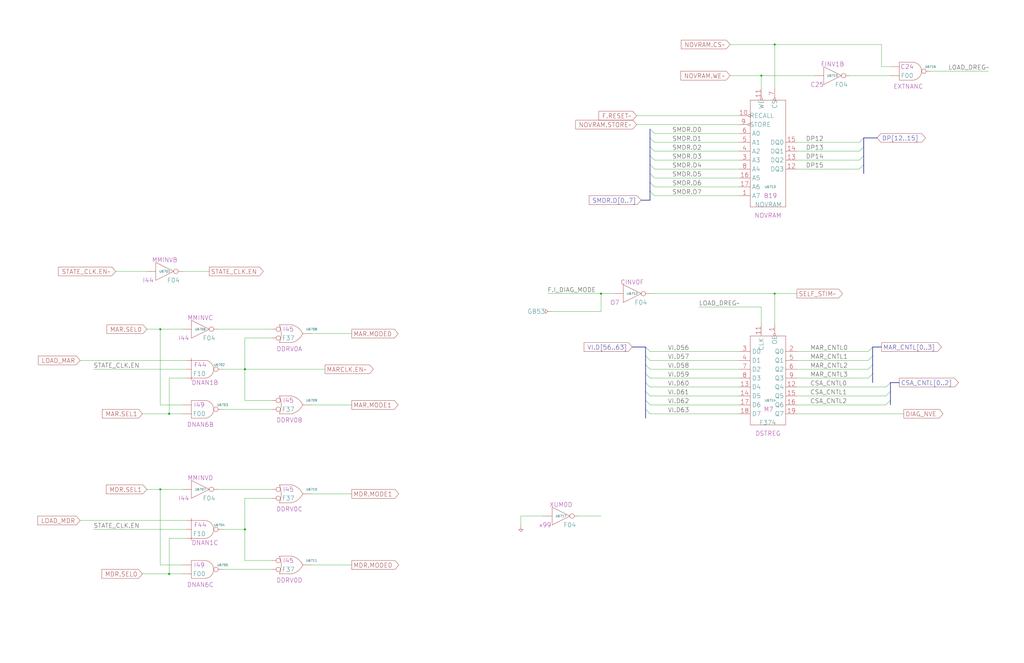
<source format=kicad_sch>
(kicad_sch (version 20211123) (generator eeschema)
  (paper "User" 584.2 378.46)
  (title_block (title "DIAGNOSTIC PROCESSOR") (date "20-MAR-90") (rev "1.0") (comment 1 "FIU") (comment 2 "232-003065") (comment 3 "S400") (comment 4 "RELEASED"))
  (lib_symbols
    (symbol "r1000:F00" (pin_numbers hide) (pin_names hide)
      (property "Reference" "U" (at 15.24 0 0))
      (property "Value" "F00" (at 1.905 -5.08 0))
      (property "Location" "___" (at 1.905 0 0))
      (property "Name" "______" (at 2.54 -12.7 0))
      (symbol "F00_0_1"
        (polyline (pts (xy -2.54 -7.62) (xy 5.08 -7.62)) (stroke (width 0.1524)))
        (polyline (pts (xy -2.54 2.54) (xy -2.54 -7.62)) (stroke (width 0.1524)))
        (polyline (pts (xy -2.54 2.54) (xy 5.08 2.54)) (stroke (width 0.1524)))
        (arc (start 5.08 -7.62) (mid 10.1282 -2.54) (end 5.08 2.54) (stroke (width 0.1524)))
        (circle (center 11.43 -2.54) (radius 1.27) (stroke (width 0.1524)))
      )
      (symbol "F00_0_2"
        (circle (center -3.81 -5.08) (radius 1.27) (stroke (width 0.1524)))
        (circle (center -3.81 0) (radius 1.27) (stroke (width 0.1524)))
        (arc (start -3.175 -7.62) (mid -2.134 -2.54) (end -3.175 2.54) (stroke (width 0.1524)))
        (polyline (pts (xy -3.175 -7.62) (xy 3.81 -7.62)) (stroke (width 0.1524)))
        (polyline (pts (xy -3.175 2.54) (xy 3.81 2.54)) (stroke (width 0.1524)))
        (arc (start 3.81 -7.62) (mid 7.5855 -5.8306) (end 10.16 -2.54) (stroke (width 0.1524)))
        (arc (start 10.16 -2.54) (mid 7.5827 0.7471) (end 3.81 2.54) (stroke (width 0.1524)))
      )
      (symbol "F00_1_1"
        (pin input line (at -7.62 0 0) (length 5.08) (name "D0") (number "1"))
        (pin input line (at -7.62 -5.08 0) (length 5.08) (name "D1") (number "2"))
        (pin output line (at 15.24 -2.54 180) (length 2.54) (name "Q") (number "3"))
      )
      (symbol "F00_1_2"
        (pin input line (at -7.62 0 0) (length 2.54) (name "D0") (number "1"))
        (pin input line (at -7.62 -5.08 0) (length 2.54) (name "D1") (number "2"))
        (pin output line (at 15.24 -2.54 180) (length 5.08) (name "Q") (number "3"))
      )
    )
    (symbol "r1000:F04" (pin_numbers hide) (pin_names hide)
      (property "Reference" "U" (at 0 0 0))
      (property "Value" "F04" (at 1.27 -5.08 0))
      (property "Location" "___" (at -12.7 -5.08 0))
      (property "Name" "______" (at 0 5.08 0))
      (symbol "F04_0_1"
        (polyline (pts (xy -7.62 0) (xy -5.08 0)) (stroke (width 0.1524)))
        (polyline (pts (xy -5.08 5.08) (xy -5.08 -5.08)) (stroke (width 0.1524)))
        (polyline (pts (xy 5.08 0) (xy -5.08 -5.08)) (stroke (width 0.1524)))
        (polyline (pts (xy 5.08 0) (xy -5.08 5.08)) (stroke (width 0.1524)))
        (circle (center 6.35 0) (radius 1.27) (stroke (width 0.1524)))
      )
      (symbol "F04_1_1"
        (pin input line (at -10.16 0 0) (length 2.54) (name "D") (number "1"))
        (pin output line (at 10.16 0 180) (length 2.54) (name "Q") (number "2"))
      )
    )
    (symbol "r1000:F10" (pin_numbers hide) (pin_names hide)
      (property "Reference" "U" (at 13.335 0 0))
      (property "Value" "F10" (at 5.715 -5.08 0))
      (property "Location" "___" (at -1.27 0 0))
      (property "Name" "______" (at -2.54 -10.16 0))
      (symbol "F10_0_1"
        (polyline (pts (xy -2.54 -7.62) (xy 5.08 -7.62)) (stroke (width 0.1524)))
        (polyline (pts (xy -2.54 2.54) (xy 5.08 2.54)) (stroke (width 0.1524)))
        (polyline (pts (xy -2.54 3.81) (xy -2.54 -8.89)) (stroke (width 0.1524)))
        (arc (start 5.08 -7.62) (mid 10.1282 -2.54) (end 5.08 2.54) (stroke (width 0.1524)))
        (circle (center 11.43 -2.54) (radius 1.27) (stroke (width 0.1524)))
      )
      (symbol "F10_0_2"
        (circle (center -3.81 -7.62) (radius 1.27) (stroke (width 0.1524)))
        (circle (center -3.81 2.54) (radius 1.27) (stroke (width 0.1524)))
        (circle (center -3.175 -2.54) (radius 1.27) (stroke (width 0.1524)))
        (arc (start -2.54 -7.62) (mid -1.8195 -2.54) (end -2.54 2.54) (stroke (width 0.1524)))
        (polyline (pts (xy -4.445 -2.54) (xy -5.08 -2.54)) (stroke (width 0.1524)))
        (polyline (pts (xy -2.54 -7.62) (xy 5.08 -7.62)) (stroke (width 0.1524)))
        (polyline (pts (xy -2.54 2.54) (xy 5.08 2.54)) (stroke (width 0.1524)))
        (polyline (pts (xy 10.795 -2.54) (xy 12.7 -2.54)) (stroke (width 0.1524)))
        (arc (start 5.08 -7.62) (mid 8.4845 -5.6954) (end 10.795 -2.54) (stroke (width 0.1524)))
        (arc (start 10.795 -2.54) (mid 8.4807 0.6111) (end 5.08 2.54) (stroke (width 0.1524)))
      )
      (symbol "F10_1_1"
        (pin input line (at -5.08 2.54 0) (length 2.54) (name "D0") (number "1"))
        (pin input line (at -5.08 -2.54 0) (length 2.54) (name "D1") (number "2"))
        (pin input line (at -5.08 -7.62 0) (length 2.54) (name "D2") (number "3"))
        (pin output line (at 15.24 -2.54 180) (length 2.54) (name "Q") (number "4"))
      )
      (symbol "F10_1_2"
        (pin input line (at -5.08 2.54 0) (length 0) (name "D0") (number "1"))
        (pin input line (at -5.08 -2.54 0) (length 0) (name "D1") (number "2"))
        (pin input line (at -5.08 -7.62 0) (length 0) (name "D2") (number "3"))
        (pin output line (at 15.24 -2.54 180) (length 2.54) (name "Q") (number "4"))
      )
    )
    (symbol "r1000:F37" (pin_numbers hide) (pin_names (offset 0) hide)
      (property "Reference" "U" (at 15.24 0 0))
      (property "Value" "F37" (at 1.905 -5.08 0))
      (property "Location" "___" (at 1.905 0 0))
      (property "Name" "______" (at 2.54 -12.7 0))
      (symbol "F37_0_1"
        (polyline (pts (xy -2.54 -7.62) (xy 5.08 -7.62)) (stroke (width 0.1524)))
        (polyline (pts (xy -2.54 2.54) (xy -2.54 -7.62)) (stroke (width 0.1524)))
        (polyline (pts (xy -2.54 2.54) (xy 5.08 2.54)) (stroke (width 0.1524)))
        (arc (start 5.08 -7.62) (mid 10.1282 -2.54) (end 5.08 2.54) (stroke (width 0.1524)))
        (circle (center 11.43 -2.54) (radius 1.27) (stroke (width 0.1524)))
      )
      (symbol "F37_0_2"
        (circle (center -3.81 -5.08) (radius 1.27) (stroke (width 0.1524)))
        (circle (center -3.81 0) (radius 1.27) (stroke (width 0.1524)))
        (arc (start -3.175 -7.62) (mid -2.134 -2.54) (end -3.175 2.54) (stroke (width 0.1524)))
        (polyline (pts (xy -3.175 -7.62) (xy 3.81 -7.62)) (stroke (width 0.1524)))
        (polyline (pts (xy -3.175 2.54) (xy 3.81 2.54)) (stroke (width 0.1524)))
        (arc (start 3.81 -7.62) (mid 7.5855 -5.8306) (end 10.16 -2.54) (stroke (width 0.1524)))
        (arc (start 10.16 -2.54) (mid 7.5827 0.7471) (end 3.81 2.54) (stroke (width 0.1524)))
      )
      (symbol "F37_1_1"
        (pin input line (at -7.62 0 0) (length 5.08) (name "D0") (number "1"))
        (pin input line (at -7.62 -5.08 0) (length 5.08) (name "D1") (number "2"))
        (pin output line (at 15.24 -2.54 180) (length 2.54) (name "Q") (number "3"))
      )
      (symbol "F37_1_2"
        (pin input line (at -7.62 0 0) (length 2.54) (name "D0") (number "1"))
        (pin input line (at -7.62 -5.08 0) (length 2.54) (name "D1") (number "2"))
        (pin output line (at 15.24 -2.54 180) (length 5.08) (name "Q") (number "3"))
      )
    )
    (symbol "r1000:F374" (pin_names (offset 1.016))
      (property "Reference" "U" (at 2.54 5.08 0))
      (property "Value" "F374" (at -3.81 -7.62 0))
      (property "Location" "___" (at -1.27 0 0))
      (property "Name" "______" (at 1.27 -15.24 0))
      (symbol "F374_1_1"
        (rectangle (start -8.89 41.91) (end 11.43 -8.89))
        (circle (center 5.08 42.545) (radius 0.635))
        (pin input line (at 5.08 48.26 270) (length 5.08) (name "OE") (number "1"))
        (pin input line (at -2.54 48.26 270) (length 6.35) (name "CLK") (number "11"))
        (pin tri_state line (at 17.78 12.7 180) (length 6.35) (name "Q4") (number "12"))
        (pin input line (at -15.24 12.7 0) (length 6.35) (name "D4") (number "13"))
        (pin input line (at -15.24 7.62 0) (length 6.35) (name "D5") (number "14"))
        (pin tri_state line (at 17.78 7.62 180) (length 6.35) (name "Q5") (number "15"))
        (pin tri_state line (at 17.78 2.54 180) (length 6.35) (name "Q6") (number "16"))
        (pin input line (at -15.24 2.54 0) (length 6.35) (name "D6") (number "17"))
        (pin input line (at -15.24 -2.54 0) (length 6.35) (name "D7") (number "18"))
        (pin tri_state line (at 17.78 -2.54 180) (length 6.35) (name "Q7") (number "19"))
        (pin tri_state line (at 17.78 33.02 180) (length 6.35) (name "Q0") (number "2"))
        (pin input line (at -15.24 33.02 0) (length 6.35) (name "D0") (number "3"))
        (pin input line (at -15.24 27.94 0) (length 6.35) (name "D1") (number "4"))
        (pin tri_state line (at 17.78 27.94 180) (length 6.35) (name "Q1") (number "5"))
        (pin tri_state line (at 17.78 22.86 180) (length 6.35) (name "Q2") (number "6"))
        (pin input line (at -15.24 22.86 0) (length 6.35) (name "D2") (number "7"))
        (pin input line (at -15.24 17.78 0) (length 6.35) (name "D3") (number "8"))
        (pin tri_state line (at 17.78 17.78 180) (length 6.35) (name "Q3") (number "9"))
      )
    )
    (symbol "r1000:GB" (pin_numbers hide) (pin_names (offset 0) hide)
      (property "Reference" "GB" (at 3.81 0 0))
      (symbol "GB_0_1"
        (polyline (pts (xy 2.54 0) (xy 3.81 1.27) (xy 3.81 -1.27) (xy 2.54 0)) (stroke (width 0.1524)))
      )
      (symbol "GB_1_1"
        (pin bidirectional line (at 0 0 0) (length 2.54) (name "") (number "1"))
      )
    )
    (symbol "r1000:NOVRAM" (pin_names (offset 1.016))
      (property "Reference" "U" (at 2.54 5.08 0))
      (property "Value" "NOVRAM" (at -6.35 -5.08 0))
      (property "Location" "___" (at -1.27 0 0))
      (property "Name" "______" (at 1.27 -12.7 0))
      (symbol "NOVRAM_1_1"
        (circle (center -9.525 40.64) (radius 0.635))
        (circle (center -9.525 45.72) (radius 0.635))
        (rectangle (start -8.89 54.61) (end 11.43 -6.35))
        (circle (center -2.54 55.245) (radius 0.635))
        (circle (center 5.08 55.245) (radius 0.635))
        (pin input line (at -15.24 0 0) (length 6.35) (name "A7") (number "1"))
        (pin input line (at -15.24 45.72 0) (length 5.08) (name "RECALL") (number "10"))
        (pin input line (at -2.54 60.96 270) (length 5.08) (name "WE") (number "11"))
        (pin tri_state line (at 17.78 15.24 180) (length 6.35) (name "DQ3") (number "12"))
        (pin tri_state line (at 17.78 20.32 180) (length 6.35) (name "DQ2") (number "13"))
        (pin tri_state line (at 17.78 25.4 180) (length 6.35) (name "DQ1") (number "14"))
        (pin tri_state line (at 17.78 30.48 180) (length 6.35) (name "DQ0") (number "15"))
        (pin input line (at -15.24 10.16 0) (length 6.35) (name "A5") (number "16"))
        (pin input line (at -15.24 5.08 0) (length 6.35) (name "A6") (number "17"))
        (pin input line (at -15.24 20.32 0) (length 6.35) (name "A3") (number "3"))
        (pin input line (at -15.24 25.4 0) (length 6.35) (name "A2") (number "4"))
        (pin input line (at -15.24 30.48 0) (length 6.35) (name "A1") (number "5"))
        (pin input line (at -15.24 35.56 0) (length 6.35) (name "A0") (number "6"))
        (pin input line (at 5.08 60.96 270) (length 5.08) (name "CS") (number "7"))
        (pin input line (at -15.24 15.24 0) (length 6.35) (name "A4") (number "8"))
        (pin input line (at -15.24 40.64 0) (length 5.08) (name "STORE") (number "9"))
      )
    )
    (symbol "r1000:PD" (power) (pin_numbers hide) (pin_names hide) (in_bom no)
      (symbol "PD_0_1"
        (polyline (pts (xy 0 -2.54) (xy 1.27 -2.54) (xy 0 -3.81) (xy -1.27 -2.54) (xy 0 -2.54)) (stroke (width 0.1524)))
      )
      (symbol "PD_1_1"
        (pin power_in line (at 0 0 270) (length 2.54) (name "PD") (number "1"))
      )
    )
  )
  (bus (pts (xy 360.68 198.12) (xy 368.3 198.12)))
  (bus (pts (xy 365.76 114.3) (xy 370.84 114.3)))
  (bus (pts (xy 368.3 198.12) (xy 368.3 203.2)))
  (bus (pts (xy 368.3 203.2) (xy 368.3 208.28)))
  (bus (pts (xy 368.3 208.28) (xy 368.3 213.36)))
  (bus (pts (xy 368.3 213.36) (xy 368.3 218.44)))
  (bus (pts (xy 368.3 218.44) (xy 368.3 223.52)))
  (bus (pts (xy 368.3 223.52) (xy 368.3 228.6)))
  (bus (pts (xy 368.3 228.6) (xy 368.3 233.68)))
  (bus (pts (xy 368.3 233.68) (xy 368.3 238.76)))
  (bus (pts (xy 370.84 104.14) (xy 370.84 109.22)))
  (bus (pts (xy 370.84 109.22) (xy 370.84 114.3)))
  (bus (pts (xy 370.84 73.66) (xy 370.84 78.74)))
  (bus (pts (xy 370.84 78.74) (xy 370.84 83.82)))
  (bus (pts (xy 370.84 83.82) (xy 370.84 88.9)))
  (bus (pts (xy 370.84 88.9) (xy 370.84 93.98)))
  (bus (pts (xy 370.84 93.98) (xy 370.84 99.06)))
  (bus (pts (xy 370.84 99.06) (xy 370.84 104.14)))
  (bus (pts (xy 492.76 78.74) (xy 492.76 83.82)))
  (bus (pts (xy 492.76 78.74) (xy 500.38 78.74)))
  (bus (pts (xy 492.76 83.82) (xy 492.76 88.9)))
  (bus (pts (xy 492.76 88.9) (xy 492.76 93.98)))
  (bus (pts (xy 492.76 93.98) (xy 492.76 99.06)))
  (bus (pts (xy 497.84 198.12) (xy 497.84 203.2)))
  (bus (pts (xy 497.84 198.12) (xy 502.92 198.12)))
  (bus (pts (xy 497.84 203.2) (xy 497.84 208.28)))
  (bus (pts (xy 497.84 208.28) (xy 497.84 213.36)))
  (bus (pts (xy 497.84 213.36) (xy 497.84 218.44)))
  (bus (pts (xy 508 218.44) (xy 508 223.52)))
  (bus (pts (xy 508 218.44) (xy 513.08 218.44)))
  (bus (pts (xy 508 223.52) (xy 508 228.6)))
  (bus (pts (xy 508 228.6) (xy 508 231.14)))
  (wire (pts (xy 104.14 154.94) (xy 119.38 154.94)))
  (wire (pts (xy 104.14 231.14) (xy 91.44 231.14)))
  (wire (pts (xy 104.14 322.58) (xy 91.44 322.58)))
  (wire (pts (xy 106.68 215.9) (xy 96.52 215.9)))
  (wire (pts (xy 106.68 307.34) (xy 96.52 307.34)))
  (wire (pts (xy 124.46 187.96) (xy 154.94 187.96)))
  (wire (pts (xy 124.46 279.4) (xy 154.94 279.4)))
  (wire (pts (xy 127 233.68) (xy 154.94 233.68)))
  (wire (pts (xy 127 325.12) (xy 154.94 325.12)))
  (wire (pts (xy 139.7 193.04) (xy 139.7 210.82)))
  (wire (pts (xy 139.7 210.82) (xy 127 210.82)))
  (wire (pts (xy 139.7 210.82) (xy 185.42 210.82)))
  (wire (pts (xy 139.7 228.6) (xy 139.7 210.82)))
  (wire (pts (xy 139.7 284.48) (xy 139.7 302.26)))
  (wire (pts (xy 139.7 302.26) (xy 127 302.26)))
  (wire (pts (xy 139.7 320.04) (xy 139.7 302.26)))
  (wire (pts (xy 154.94 193.04) (xy 139.7 193.04)))
  (wire (pts (xy 154.94 228.6) (xy 139.7 228.6)))
  (wire (pts (xy 154.94 284.48) (xy 139.7 284.48)))
  (wire (pts (xy 154.94 320.04) (xy 139.7 320.04)))
  (wire (pts (xy 177.8 190.5) (xy 200.66 190.5)))
  (wire (pts (xy 177.8 231.14) (xy 200.66 231.14)))
  (wire (pts (xy 177.8 281.94) (xy 200.66 281.94)))
  (wire (pts (xy 177.8 322.58) (xy 200.66 322.58)))
  (wire (pts (xy 297.18 294.64) (xy 309.88 294.64)))
  (wire (pts (xy 297.18 299.72) (xy 297.18 294.64)))
  (wire (pts (xy 312.42 167.64) (xy 342.9 167.64)))
  (wire (pts (xy 314.96 177.8) (xy 342.9 177.8)))
  (wire (pts (xy 330.2 294.64) (xy 342.9 294.64)))
  (wire (pts (xy 342.9 167.64) (xy 350.52 167.64)))
  (wire (pts (xy 342.9 177.8) (xy 342.9 167.64)))
  (wire (pts (xy 363.22 66.04) (xy 421.64 66.04)))
  (wire (pts (xy 363.22 71.12) (xy 421.64 71.12)))
  (wire (pts (xy 370.84 167.64) (xy 441.96 167.64)))
  (wire (pts (xy 370.84 200.66) (xy 421.64 200.66)))
  (wire (pts (xy 370.84 205.74) (xy 421.64 205.74)))
  (wire (pts (xy 370.84 210.82) (xy 421.64 210.82)))
  (wire (pts (xy 370.84 215.9) (xy 421.64 215.9)))
  (wire (pts (xy 370.84 220.98) (xy 421.64 220.98)))
  (wire (pts (xy 370.84 226.06) (xy 421.64 226.06)))
  (wire (pts (xy 370.84 231.14) (xy 421.64 231.14)))
  (wire (pts (xy 370.84 236.22) (xy 421.64 236.22)))
  (wire (pts (xy 373.38 101.6) (xy 421.64 101.6)))
  (wire (pts (xy 373.38 106.68) (xy 421.64 106.68)))
  (wire (pts (xy 373.38 111.76) (xy 421.64 111.76)))
  (wire (pts (xy 373.38 76.2) (xy 421.64 76.2)))
  (wire (pts (xy 373.38 81.28) (xy 421.64 81.28)))
  (wire (pts (xy 373.38 86.36) (xy 421.64 86.36)))
  (wire (pts (xy 373.38 91.44) (xy 421.64 91.44)))
  (wire (pts (xy 373.38 96.52) (xy 421.64 96.52)))
  (wire (pts (xy 416.56 25.4) (xy 441.96 25.4)))
  (wire (pts (xy 416.56 43.18) (xy 434.34 43.18)))
  (wire (pts (xy 434.34 175.26) (xy 398.78 175.26)))
  (wire (pts (xy 434.34 185.42) (xy 434.34 175.26)))
  (wire (pts (xy 434.34 43.18) (xy 434.34 50.8)))
  (wire (pts (xy 434.34 43.18) (xy 464.82 43.18)))
  (wire (pts (xy 441.96 167.64) (xy 441.96 185.42)))
  (wire (pts (xy 441.96 167.64) (xy 454.66 167.64)))
  (wire (pts (xy 441.96 25.4) (xy 441.96 50.8)))
  (wire (pts (xy 441.96 25.4) (xy 502.92 25.4)))
  (wire (pts (xy 45.72 205.74) (xy 106.68 205.74)))
  (wire (pts (xy 45.72 297.18) (xy 106.68 297.18)))
  (wire (pts (xy 454.66 200.66) (xy 495.3 200.66)))
  (wire (pts (xy 454.66 205.74) (xy 495.3 205.74)))
  (wire (pts (xy 454.66 210.82) (xy 495.3 210.82)))
  (wire (pts (xy 454.66 215.9) (xy 495.3 215.9)))
  (wire (pts (xy 454.66 220.98) (xy 505.46 220.98)))
  (wire (pts (xy 454.66 226.06) (xy 505.46 226.06)))
  (wire (pts (xy 454.66 231.14) (xy 505.46 231.14)))
  (wire (pts (xy 454.66 236.22) (xy 515.62 236.22)))
  (wire (pts (xy 454.66 81.28) (xy 490.22 81.28)))
  (wire (pts (xy 454.66 86.36) (xy 490.22 86.36)))
  (wire (pts (xy 454.66 91.44) (xy 490.22 91.44)))
  (wire (pts (xy 454.66 96.52) (xy 490.22 96.52)))
  (wire (pts (xy 485.14 43.18) (xy 508 43.18)))
  (wire (pts (xy 502.92 38.1) (xy 502.92 25.4)))
  (wire (pts (xy 508 38.1) (xy 502.92 38.1)))
  (wire (pts (xy 53.34 210.82) (xy 106.68 210.82)))
  (wire (pts (xy 53.34 302.26) (xy 106.68 302.26)))
  (wire (pts (xy 530.86 40.64) (xy 563.88 40.64)))
  (wire (pts (xy 66.04 154.94) (xy 83.82 154.94)))
  (wire (pts (xy 81.28 236.22) (xy 96.52 236.22)))
  (wire (pts (xy 81.28 327.66) (xy 96.52 327.66)))
  (wire (pts (xy 83.82 187.96) (xy 91.44 187.96)))
  (wire (pts (xy 83.82 279.4) (xy 91.44 279.4)))
  (wire (pts (xy 91.44 187.96) (xy 104.14 187.96)))
  (wire (pts (xy 91.44 231.14) (xy 91.44 187.96)))
  (wire (pts (xy 91.44 279.4) (xy 104.14 279.4)))
  (wire (pts (xy 91.44 322.58) (xy 91.44 279.4)))
  (wire (pts (xy 96.52 215.9) (xy 96.52 236.22)))
  (wire (pts (xy 96.52 236.22) (xy 104.14 236.22)))
  (wire (pts (xy 96.52 307.34) (xy 96.52 327.66)))
  (wire (pts (xy 96.52 327.66) (xy 104.14 327.66)))
  (global_label "LOAD_MAR" (shape input) (at 45.72 205.74 180) (effects (font (size 2.54 2.54))) (property "Intersheet References" "${INTERSHEET_REFS}" (at 22.095 205.5813 0) (effects (font (size 2.54 2.54)) (justify right))))
  (global_label "LOAD_MDR" (shape input) (at 45.72 297.18 180) (effects (font (size 2.54 2.54))) (property "Intersheet References" "${INTERSHEET_REFS}" (at 21.7321 297.0213 0) (effects (font (size 2.54 2.54)) (justify right))))
  (label "STATE_CLK.EN" (at 53.34 210.82 0) (effects (font (size 2.54 2.54))))
  (label "STATE_CLK.EN" (at 53.34 302.26 0) (effects (font (size 2.54 2.54))))
  (global_label "STATE_CLK.EN~" (shape input) (at 66.04 154.94 180) (effects (font (size 2.54 2.54))) (property "Intersheet References" "${INTERSHEET_REFS}" (at 33.5855 154.7813 0) (effects (font (size 2.54 2.54)) (justify right))))
  (global_label "MAR.SEL1" (shape input) (at 81.28 236.22 180) (effects (font (size 2.54 2.54))) (property "Intersheet References" "${INTERSHEET_REFS}" (at 58.6226 236.0613 0) (effects (font (size 2.54 2.54)) (justify right))))
  (global_label "MDR.SEL0" (shape input) (at 81.28 327.66 180) (effects (font (size 2.54 2.54))) (property "Intersheet References" "${INTERSHEET_REFS}" (at 58.2597 327.5013 0) (effects (font (size 2.54 2.54)) (justify right))))
  (global_label "MAR.SEL0" (shape input) (at 83.82 187.96 180) (effects (font (size 2.54 2.54))) (property "Intersheet References" "${INTERSHEET_REFS}" (at 61.1626 187.8013 0) (effects (font (size 2.54 2.54)) (justify right))))
  (global_label "MDR.SEL1" (shape input) (at 83.82 279.4 180) (effects (font (size 2.54 2.54))) (property "Intersheet References" "${INTERSHEET_REFS}" (at 60.7997 279.2413 0) (effects (font (size 2.54 2.54)) (justify right))))
  (junction (at 91.44 187.96))
  (junction (at 91.44 279.4))
  (symbol (lib_id "r1000:F04") (at 93.98 154.94 0) (unit 1)
    (property "Reference" "U6701" (at 93.98 154.94 0))
    (property "Value" "F04" (at 95.25 160.02 0) (effects (font (size 2.54 2.54)) (justify left)))
    (property "Location" "I44" (at 81.28 160.02 0) (effects (font (size 2.54 2.54)) (justify left)))
    (property "Name" "MMINVB" (at 93.98 149.86 0) (effects (font (size 2.54 2.54)) (justify bottom)))
  )
  (junction (at 96.52 236.22))
  (junction (at 96.52 327.66))
  (symbol (lib_id "r1000:F10") (at 111.76 208.28 0) (unit 1)
    (property "Reference" "U6702" (at 125.095 208.28 0))
    (property "Value" "F10" (at 117.475 213.36 0) (effects (font (size 2.54 2.54)) (justify right)))
    (property "Location" "F44" (at 110.49 208.28 0) (effects (font (size 2.54 2.54)) (justify left)))
    (property "Name" "DNAN1B" (at 109.22 218.44 0) (effects (font (size 2.54 2.54)) (justify left)))
  )
  (symbol (lib_id "r1000:F00") (at 111.76 231.14 0) (unit 1)
    (property "Reference" "U6703" (at 127 231.14 0))
    (property "Value" "F00" (at 113.665 236.22 0) (effects (font (size 2.54 2.54))))
    (property "Location" "I49" (at 113.665 231.14 0) (effects (font (size 2.54 2.54))))
    (property "Name" "DNAN6B" (at 114.3 243.84 0) (effects (font (size 2.54 2.54)) (justify bottom)))
  )
  (symbol (lib_id "r1000:F10") (at 111.76 299.72 0) (unit 1)
    (property "Reference" "U6704" (at 125.095 299.72 0))
    (property "Value" "F10" (at 117.475 304.8 0) (effects (font (size 2.54 2.54)) (justify right)))
    (property "Location" "F44" (at 110.49 299.72 0) (effects (font (size 2.54 2.54)) (justify left)))
    (property "Name" "DNAN1C" (at 109.22 309.88 0) (effects (font (size 2.54 2.54)) (justify left)))
  )
  (symbol (lib_id "r1000:F00") (at 111.76 322.58 0) (unit 1)
    (property "Reference" "U6705" (at 127 322.58 0))
    (property "Value" "F00" (at 113.665 327.66 0) (effects (font (size 2.54 2.54))))
    (property "Location" "I49" (at 113.665 322.58 0) (effects (font (size 2.54 2.54))))
    (property "Name" "DNAN6C" (at 114.3 335.28 0) (effects (font (size 2.54 2.54)) (justify bottom)))
  )
  (symbol (lib_id "r1000:F04") (at 114.3 187.96 0) (unit 1)
    (property "Reference" "U6706" (at 114.3 187.96 0))
    (property "Value" "F04" (at 115.57 193.04 0) (effects (font (size 2.54 2.54)) (justify left)))
    (property "Location" "I44" (at 101.6 193.04 0) (effects (font (size 2.54 2.54)) (justify left)))
    (property "Name" "MMINVC" (at 114.3 182.88 0) (effects (font (size 2.54 2.54)) (justify bottom)))
  )
  (symbol (lib_id "r1000:F04") (at 114.3 279.4 0) (unit 1)
    (property "Reference" "U6707" (at 114.3 279.4 0))
    (property "Value" "F04" (at 115.57 284.48 0) (effects (font (size 2.54 2.54)) (justify left)))
    (property "Location" "I44" (at 101.6 284.48 0) (effects (font (size 2.54 2.54)) (justify left)))
    (property "Name" "MMINVD" (at 114.3 274.32 0) (effects (font (size 2.54 2.54)) (justify bottom)))
  )
  (global_label "STATE_CLK.EN" (shape output) (at 119.38 154.94 0) (effects (font (size 2.54 2.54))) (property "Intersheet References" "${INTERSHEET_REFS}" (at 150.0203 154.7813 0) (effects (font (size 2.54 2.54)) (justify left))))
  (junction (at 139.7 210.82))
  (junction (at 139.7 302.26))
  (symbol (lib_id "r1000:F37") (at 162.56 187.96 0) (unit 1) (convert 2)
    (property "Reference" "U6708" (at 177.8 187.96 0))
    (property "Value" "F37" (at 164.465 193.04 0) (effects (font (size 2.54 2.54))))
    (property "Location" "I45" (at 164.465 187.96 0) (effects (font (size 2.54 2.54))))
    (property "Name" "DDRV0A" (at 165.1 200.66 0) (effects (font (size 2.54 2.54)) (justify bottom)))
  )
  (symbol (lib_id "r1000:F37") (at 162.56 228.6 0) (unit 1) (convert 2)
    (property "Reference" "U6709" (at 177.8 228.6 0))
    (property "Value" "F37" (at 164.465 233.68 0) (effects (font (size 2.54 2.54))))
    (property "Location" "I45" (at 164.465 228.6 0) (effects (font (size 2.54 2.54))))
    (property "Name" "DDRV0B" (at 165.1 241.3 0) (effects (font (size 2.54 2.54)) (justify bottom)))
  )
  (symbol (lib_id "r1000:F37") (at 162.56 279.4 0) (unit 1) (convert 2)
    (property "Reference" "U6710" (at 177.8 279.4 0))
    (property "Value" "F37" (at 164.465 284.48 0) (effects (font (size 2.54 2.54))))
    (property "Location" "I45" (at 164.465 279.4 0) (effects (font (size 2.54 2.54))))
    (property "Name" "DDRV0C" (at 165.1 292.1 0) (effects (font (size 2.54 2.54)) (justify bottom)))
  )
  (symbol (lib_id "r1000:F37") (at 162.56 320.04 0) (unit 1) (convert 2)
    (property "Reference" "U6711" (at 177.8 320.04 0))
    (property "Value" "F37" (at 164.465 325.12 0) (effects (font (size 2.54 2.54))))
    (property "Location" "I45" (at 164.465 320.04 0) (effects (font (size 2.54 2.54))))
    (property "Name" "DDRV0D" (at 165.1 332.74 0) (effects (font (size 2.54 2.54)) (justify bottom)))
  )
  (global_label "MARCLK.EN~" (shape output) (at 185.42 210.82 0) (effects (font (size 2.54 2.54))) (property "Intersheet References" "${INTERSHEET_REFS}" (at 212.7945 210.6613 0) (effects (font (size 2.54 2.54)) (justify left))))
  (global_label "MAR.MODE0" (shape output) (at 200.66 190.5 0) (effects (font (size 2.54 2.54))) (property "Intersheet References" "${INTERSHEET_REFS}" (at 226.946 190.3413 0) (effects (font (size 2.54 2.54)) (justify left))))
  (global_label "MAR.MODE1" (shape output) (at 200.66 231.14 0) (effects (font (size 2.54 2.54))) (property "Intersheet References" "${INTERSHEET_REFS}" (at 226.946 230.9813 0) (effects (font (size 2.54 2.54)) (justify left))))
  (global_label "MDR.MODE1" (shape output) (at 200.66 281.94 0) (effects (font (size 2.54 2.54))) (property "Intersheet References" "${INTERSHEET_REFS}" (at 227.4993 281.7813 0) (effects (font (size 2.54 2.54)) (justify left))))
  (global_label "MDR.MODE0" (shape output) (at 200.66 322.58 0) (effects (font (size 2.54 2.54))) (property "Intersheet References" "${INTERSHEET_REFS}" (at 227.4993 322.4213 0) (effects (font (size 2.54 2.54)) (justify left))))
  (symbol (lib_id "r1000:PD") (at 297.18 299.72 0) (unit 1) (in_bom no)
    (property "Reference" "#PWR06701" (effects hide))
    (property "Value" "PD" (effects hide))
  )
  (label "F.I_DIAG_MODE" (at 312.42 167.64 0) (effects (font (size 2.54 2.54))))
  (symbol (lib_id "r1000:GB") (at 314.96 177.8 0) (mirror y) (unit 1)
    (property "Reference" "GB53" (at 311.15 177.8 0) (effects (font (size 2.54 2.54)) (justify left)))
    (property "Value" "GB" (effects hide))
  )
  (symbol (lib_id "r1000:F04") (at 320.04 294.64 0) (unit 1)
    (property "Reference" "U6717" (at 320.04 294.64 0))
    (property "Value" "F04" (at 321.31 299.72 0) (effects (font (size 2.54 2.54)) (justify left)))
    (property "Location" "x99" (at 307.34 299.72 0) (effects (font (size 2.54 2.54)) (justify left)))
    (property "Name" "XUM0D" (at 320.04 289.56 0) (effects (font (size 2.54 2.54)) (justify bottom)))
  )
  (junction (at 342.9 167.64))
  (symbol (lib_id "r1000:F04") (at 360.68 167.64 0) (unit 1)
    (property "Reference" "U6712" (at 360.68 167.64 0))
    (property "Value" "F04" (at 361.95 172.72 0) (effects (font (size 2.54 2.54)) (justify left)))
    (property "Location" "O7" (at 347.98 172.72 0) (effects (font (size 2.54 2.54)) (justify left)))
    (property "Name" "CINV0F" (at 360.68 162.56 0) (effects (font (size 2.54 2.54)) (justify bottom)))
  )
  (global_label "VI.D[56..63]" (shape input) (at 360.68 198.12 180) (effects (font (size 2.54 2.54))) (property "Intersheet References" "${INTERSHEET_REFS}" (at 333.2359 197.9613 0) (effects (font (size 2.54 2.54)) (justify right))))
  (global_label "F.RESET~" (shape input) (at 363.22 66.04 180) (effects (font (size 2.54 2.54))) (property "Intersheet References" "${INTERSHEET_REFS}" (at 341.8931 65.8813 0) (effects (font (size 2.54 2.54)) (justify right))))
  (global_label "NOVRAM.STORE~" (shape input) (at 363.22 71.12 180) (effects (font (size 2.54 2.54))) (property "Intersheet References" "${INTERSHEET_REFS}" (at 328.5883 70.9613 0) (effects (font (size 2.54 2.54)) (justify right))))
  (global_label "SMDR.D[0..7]" (shape input) (at 365.76 114.3 180) (effects (font (size 2.54 2.54))) (property "Intersheet References" "${INTERSHEET_REFS}" (at 336.3293 114.1413 0) (effects (font (size 2.54 2.54)) (justify right))))
  (bus_entry (at 368.3 198.12) (size 2.54 2.54))
  (bus_entry (at 368.3 203.2) (size 2.54 2.54))
  (bus_entry (at 368.3 208.28) (size 2.54 2.54))
  (bus_entry (at 368.3 213.36) (size 2.54 2.54))
  (bus_entry (at 368.3 218.44) (size 2.54 2.54))
  (bus_entry (at 368.3 223.52) (size 2.54 2.54))
  (bus_entry (at 368.3 228.6) (size 2.54 2.54))
  (bus_entry (at 368.3 233.68) (size 2.54 2.54))
  (bus_entry (at 370.84 73.66) (size 2.54 2.54))
  (bus_entry (at 370.84 78.74) (size 2.54 2.54))
  (bus_entry (at 370.84 83.82) (size 2.54 2.54))
  (bus_entry (at 370.84 88.9) (size 2.54 2.54))
  (bus_entry (at 370.84 93.98) (size 2.54 2.54))
  (bus_entry (at 370.84 99.06) (size 2.54 2.54))
  (bus_entry (at 370.84 104.14) (size 2.54 2.54))
  (bus_entry (at 370.84 109.22) (size 2.54 2.54))
  (label "VI.D56" (at 381 200.66 0) (effects (font (size 2.54 2.54))))
  (label "VI.D57" (at 381 205.74 0) (effects (font (size 2.54 2.54))))
  (label "VI.D58" (at 381 210.82 0) (effects (font (size 2.54 2.54))))
  (label "VI.D59" (at 381 215.9 0) (effects (font (size 2.54 2.54))))
  (label "VI.D60" (at 381 220.98 0) (effects (font (size 2.54 2.54))))
  (label "VI.D61" (at 381 226.06 0) (effects (font (size 2.54 2.54))))
  (label "VI.D62" (at 381 231.14 0) (effects (font (size 2.54 2.54))))
  (label "VI.D63" (at 381 236.22 0) (effects (font (size 2.54 2.54))))
  (label "SMDR.D0" (at 383.54 76.2 0) (effects (font (size 2.54 2.54))))
  (label "SMDR.D1" (at 383.54 81.28 0) (effects (font (size 2.54 2.54))))
  (label "SMDR.D2" (at 383.54 86.36 0) (effects (font (size 2.54 2.54))))
  (label "SMDR.D3" (at 383.54 91.44 0) (effects (font (size 2.54 2.54))))
  (label "SMDR.D4" (at 383.54 96.52 0) (effects (font (size 2.54 2.54))))
  (label "SMDR.D5" (at 383.54 101.6 0) (effects (font (size 2.54 2.54))))
  (label "SMDR.D6" (at 383.54 106.68 0) (effects (font (size 2.54 2.54))))
  (label "SMDR.D7" (at 383.54 111.76 0) (effects (font (size 2.54 2.54))))
  (label "LOAD_DREG~" (at 398.78 175.26 0) (effects (font (size 2.54 2.54))))
  (global_label "NOVRAM.CS~" (shape input) (at 416.56 25.4 180) (effects (font (size 2.54 2.54))) (property "Intersheet References" "${INTERSHEET_REFS}" (at 388.8226 25.2413 0) (effects (font (size 2.54 2.54)) (justify right))))
  (global_label "NOVRAM.WE~" (shape input) (at 416.56 43.18 180) (effects (font (size 2.54 2.54))) (property "Intersheet References" "${INTERSHEET_REFS}" (at 388.5807 43.0213 0) (effects (font (size 2.54 2.54)) (justify right))))
  (junction (at 434.34 43.18))
  (symbol (lib_id "r1000:NOVRAM") (at 436.88 111.76 0) (unit 1)
    (property "Reference" "U6713" (at 439.42 106.68 0))
    (property "Value" "NOVRAM" (at 430.53 116.84 0) (effects (font (size 2.54 2.54)) (justify left)))
    (property "Location" "B19" (at 435.61 111.76 0) (effects (font (size 2.54 2.54)) (justify left)))
    (property "Name" "NOVRAM" (at 438.15 124.46 0) (effects (font (size 2.54 2.54)) (justify bottom)))
  )
  (symbol (lib_id "r1000:F374") (at 436.88 233.68 0) (unit 1)
    (property "Reference" "U6714" (at 439.42 228.6 0))
    (property "Value" "F374" (at 433.07 241.3 0) (effects (font (size 2.54 2.54)) (justify left)))
    (property "Location" "M7" (at 435.61 233.68 0) (effects (font (size 2.54 2.54)) (justify left)))
    (property "Name" "DSTREG" (at 438.15 248.92 0) (effects (font (size 2.54 2.54)) (justify bottom)))
  )
  (junction (at 441.96 25.4))
  (junction (at 441.96 167.64))
  (global_label "SELF_STIM~" (shape output) (at 454.66 167.64 0) (effects (font (size 2.54 2.54))) (property "Intersheet References" "${INTERSHEET_REFS}" (at 480.4622 167.4813 0) (effects (font (size 2.54 2.54)) (justify left))))
  (label "DP12" (at 459.74 81.28 0) (effects (font (size 2.54 2.54))))
  (label "DP13" (at 459.74 86.36 0) (effects (font (size 2.54 2.54))))
  (label "DP14" (at 459.74 91.44 0) (effects (font (size 2.54 2.54))))
  (label "DP15" (at 459.74 96.52 0) (effects (font (size 2.54 2.54))))
  (label "MAR_CNTL0" (at 462.28 200.66 0) (effects (font (size 2.54 2.54))))
  (label "MAR_CNTL1" (at 462.28 205.74 0) (effects (font (size 2.54 2.54))))
  (label "MAR_CNTL2" (at 462.28 210.82 0) (effects (font (size 2.54 2.54))))
  (label "MAR_CNTL3" (at 462.28 215.9 0) (effects (font (size 2.54 2.54))))
  (label "CSA_CNTL0" (at 462.28 220.98 0) (effects (font (size 2.54 2.54))))
  (label "CSA_CNTL1" (at 462.28 226.06 0) (effects (font (size 2.54 2.54))))
  (label "CSA_CNTL2" (at 462.28 231.14 0) (effects (font (size 2.54 2.54))))
  (symbol (lib_id "r1000:F04") (at 474.98 43.18 0) (unit 1)
    (property "Reference" "U6715" (at 474.98 43.18 0))
    (property "Value" "F04" (at 476.25 48.26 0) (effects (font (size 2.54 2.54)) (justify left)))
    (property "Location" "C25" (at 462.28 48.26 0) (effects (font (size 2.54 2.54)) (justify left)))
    (property "Name" "FINV1B" (at 474.98 38.1 0) (effects (font (size 2.54 2.54)) (justify bottom)))
  )
  (bus_entry (at 492.76 78.74) (size -2.54 2.54))
  (bus_entry (at 492.76 83.82) (size -2.54 2.54))
  (bus_entry (at 492.76 88.9) (size -2.54 2.54))
  (bus_entry (at 492.76 93.98) (size -2.54 2.54))
  (bus_entry (at 497.84 198.12) (size -2.54 2.54))
  (bus_entry (at 497.84 203.2) (size -2.54 2.54))
  (bus_entry (at 497.84 208.28) (size -2.54 2.54))
  (bus_entry (at 497.84 213.36) (size -2.54 2.54))
  (global_label "DP[12..15]" (shape bidirectional) (at 500.38 78.74 0) (effects (font (size 2.54 2.54))) (property "Intersheet References" "${INTERSHEET_REFS}" (at 525.5774 78.5813 0) (effects (font (size 2.54 2.54)) (justify left))))
  (global_label "MAR_CNTL[0..3]" (shape output) (at 502.92 198.12 0) (effects (font (size 2.54 2.54))) (property "Intersheet References" "${INTERSHEET_REFS}" (at 536.9469 197.9613 0) (effects (font (size 2.54 2.54)) (justify left))))
  (bus_entry (at 508 218.44) (size -2.54 2.54))
  (bus_entry (at 508 223.52) (size -2.54 2.54))
  (bus_entry (at 508 228.6) (size -2.54 2.54))
  (global_label "CSA_CNTL[0..2]" (shape output) (at 513.08 218.44 0) (effects (font (size 2.54 2.54))) (property "Intersheet References" "${INTERSHEET_REFS}" (at 546.6231 218.2813 0) (effects (font (size 2.54 2.54)) (justify left))))
  (symbol (lib_id "r1000:F00") (at 515.62 38.1 0) (unit 1)
    (property "Reference" "U6716" (at 530.86 38.1 0))
    (property "Value" "F00" (at 517.525 43.18 0) (effects (font (size 2.54 2.54))))
    (property "Location" "C24" (at 517.525 38.1 0) (effects (font (size 2.54 2.54))))
    (property "Name" "EXTNANC" (at 518.16 50.8 0) (effects (font (size 2.54 2.54)) (justify bottom)))
  )
  (global_label "DIAG_NVE" (shape output) (at 515.62 236.22 0) (effects (font (size 2.54 2.54))) (property "Intersheet References" "${INTERSHEET_REFS}" (at 537.9841 236.0613 0) (effects (font (size 2.54 2.54)) (justify left))))
  (label "LOAD_DREG~" (at 541.02 40.64 0) (effects (font (size 2.54 2.54))))
)
</source>
